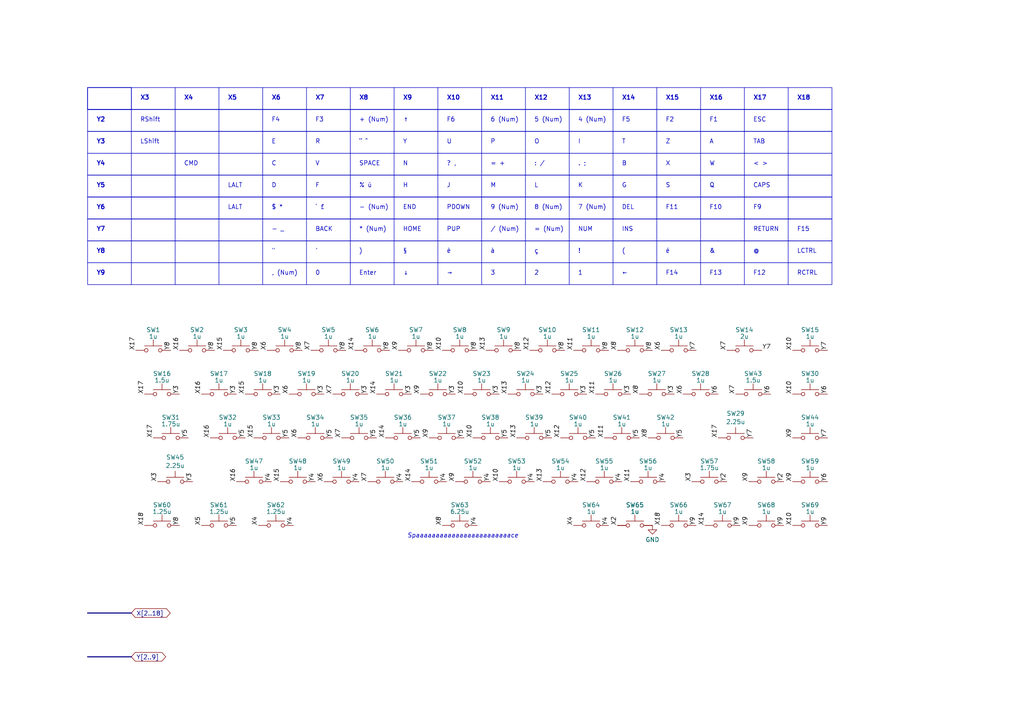
<source format=kicad_sch>
(kicad_sch (version 20230121) (generator eeschema)
  (paper "A4")
  (title_block (title "Design68 341-0001 ANSI") (date "2023-09-14") (rev "1.0") (company "lostwave") (comment 1 "https://github.com/demik/oldworld/blob/master/EDA/Design68/README.md"))
  (lib_symbols
    (symbol "Switch:SW_Push" (pin_numbers hide) (pin_names (offset 1.016) hide)
      (property "Reference" "SW" (at 1.27 2.54 0))
      (property "Value" "SW_Push" (at 0 -1.524 0))
      (symbol "SW_Push_0_1"
        (circle (center -2.032 0) (radius 0.508))
        (polyline (pts (xy 0 1.27) (xy 0 3.048)))
        (polyline (pts (xy 2.54 1.27) (xy -2.54 1.27)))
        (circle (center 2.032 0) (radius 0.508))
        (pin passive line (at -5.08 0 0) (length 2.54) (name "1") (number "1"))
        (pin passive line (at 5.08 0 180) (length 2.54) (name "2") (number "2"))
      )
    )
    (symbol "power:GND" (power) (pin_names (offset 0))
      (property "Value" "GND" (at 0 -3.81 0))
      (symbol "GND_0_1"
        (polyline (pts (xy 0 0) (xy 0 -1.27) (xy 1.27 -1.27) (xy 0 -2.54) (xy -1.27 -1.27) (xy 0 -1.27)))
      )
      (symbol "GND_1_1"
        (pin power_in line (at 0 0 270) (length 0) hide (name "GND") (number "1"))
      )
    )
  )
  (bus (pts (xy 25.4 190.5) (xy 38.1 190.5)))
  (bus (pts (xy 25.4 177.8) (xy 38.1 177.8)))
  (rectangle (start 127 44.45) (end 127 50.8))
  (rectangle (start 76.2 69.85) (end 76.2 76.2))
  (rectangle (start 190.5 31.75) (end 190.5 38.1))
  (rectangle (start 215.9 31.75) (end 215.9 38.1))
  (rectangle (start 101.6 69.85) (end 101.6 76.2))
  (rectangle (start 25.4 63.5) (end 241.3 69.85))
  (rectangle (start 76.2 63.5) (end 76.2 69.85))
  (rectangle (start 139.7 38.1) (end 139.7 44.45))
  (rectangle (start 63.5 57.15) (end 63.5 63.5))
  (rectangle (start 88.9 25.4) (end 88.9 31.75))
  (rectangle (start 101.6 38.1) (end 101.6 44.45))
  (rectangle (start 139.7 50.8) (end 139.7 57.15))
  (rectangle (start 215.9 44.45) (end 215.9 50.8))
  (rectangle (start 63.5 25.4) (end 63.5 31.75))
  (rectangle (start 114.3 25.4) (end 114.3 31.75))
  (rectangle (start 152.4 44.45) (end 152.4 50.8))
  (rectangle (start 101.6 63.5) (end 101.6 69.85))
  (rectangle (start 88.9 76.2) (end 88.9 82.55))
  (rectangle (start 50.8 38.1) (end 50.8 44.45))
  (rectangle (start 25.4 25.4) (end 241.3 31.75))
  (rectangle (start 25.4 38.1) (end 241.3 44.45))
  (rectangle (start 177.8 31.75) (end 177.8 38.1))
  (rectangle (start 190.5 44.45) (end 190.5 50.8))
  (rectangle (start 88.9 38.1) (end 88.9 44.45))
  (rectangle (start 228.6 57.15) (end 228.6 63.5))
  (rectangle (start 165.1 50.8) (end 165.1 57.15))
  (rectangle (start 114.3 50.8) (end 114.3 57.15))
  (rectangle (start 76.2 76.2) (end 76.2 82.55))
  (rectangle (start 25.4 25.4) (end 38.1 31.75) (fill (type color)))
  (rectangle (start 215.9 25.4) (end 215.9 31.75))
  (rectangle (start 215.9 38.1) (end 215.9 44.45))
  (rectangle (start 139.7 76.2) (end 139.7 82.55))
  (rectangle (start 50.8 50.8) (end 50.8 57.15))
  (rectangle (start 190.5 63.5) (end 190.5 69.85))
  (rectangle (start 203.2 31.75) (end 203.2 38.1))
  (rectangle (start 228.6 50.8) (end 228.6 57.15))
  (rectangle (start 127 38.1) (end 127 44.45))
  (rectangle (start 101.6 44.45) (end 101.6 50.8))
  (rectangle (start 50.8 76.2) (end 50.8 82.55))
  (rectangle (start 190.5 76.2) (end 190.5 82.55))
  (rectangle (start 114.3 76.2) (end 114.3 82.55))
  (rectangle (start 127 76.2) (end 127 82.55))
  (rectangle (start 101.6 31.75) (end 101.6 38.1))
  (rectangle (start 114.3 57.15) (end 114.3 63.5))
  (rectangle (start 76.2 25.4) (end 76.2 31.75))
  (rectangle (start 152.4 31.75) (end 152.4 38.1))
  (rectangle (start 114.3 44.45) (end 114.3 50.8))
  (rectangle (start 38.1 50.8) (end 38.1 57.15))
  (rectangle (start 127 31.75) (end 127 38.1))
  (rectangle (start 63.5 69.85) (end 63.5 76.2))
  (rectangle (start 215.9 69.85) (end 215.9 76.2))
  (rectangle (start 215.9 63.5) (end 215.9 69.85))
  (rectangle (start 76.2 50.8) (end 76.2 57.15))
  (rectangle (start 25.4 57.15) (end 241.3 63.5))
  (rectangle (start 203.2 38.1) (end 203.2 44.45))
  (rectangle (start 63.5 31.75) (end 63.5 38.1))
  (rectangle (start 139.7 57.15) (end 139.7 63.5))
  (rectangle (start 101.6 25.4) (end 101.6 31.75))
  (rectangle (start 50.8 69.85) (end 50.8 76.2))
  (rectangle (start 25.4 44.45) (end 241.3 50.8))
  (rectangle (start 215.9 76.2) (end 215.9 82.55))
  (rectangle (start 203.2 57.15) (end 203.2 63.5))
  (rectangle (start 190.5 38.1) (end 190.5 44.45))
  (rectangle (start 139.7 31.75) (end 139.7 38.1))
  (rectangle (start 101.6 76.2) (end 101.6 82.55))
  (rectangle (start 228.6 25.4) (end 228.6 31.75))
  (rectangle (start 165.1 76.2) (end 165.1 82.55))
  (rectangle (start 165.1 44.45) (end 165.1 50.8))
  (rectangle (start 25.4 50.8) (end 241.3 57.15))
  (rectangle (start 190.5 57.15) (end 190.5 63.5))
  (rectangle (start 88.9 31.75) (end 88.9 38.1))
  (rectangle (start 203.2 76.2) (end 203.2 82.55))
  (rectangle (start 228.6 76.2) (end 228.6 82.55))
  (rectangle (start 25.4 31.75) (end 241.3 38.1))
  (rectangle (start 63.5 38.1) (end 63.5 44.45))
  (rectangle (start 228.6 38.1) (end 228.6 44.45))
  (rectangle (start 215.9 57.15) (end 215.9 63.5))
  (rectangle (start 177.8 76.2) (end 177.8 82.55))
  (rectangle (start 177.8 38.1) (end 177.8 44.45))
  (rectangle (start 152.4 38.1) (end 152.4 44.45))
  (rectangle (start 127 50.8) (end 127 57.15))
  (rectangle (start 38.1 31.75) (end 38.1 38.1))
  (rectangle (start 88.9 44.45) (end 88.9 50.8))
  (rectangle (start 139.7 69.85) (end 139.7 76.2))
  (rectangle (start 38.1 69.85) (end 38.1 76.2))
  (rectangle (start 139.7 63.5) (end 139.7 69.85))
  (rectangle (start 228.6 69.85) (end 228.6 76.2))
  (rectangle (start 114.3 38.1) (end 114.3 44.45))
  (rectangle (start 88.9 57.15) (end 88.9 63.5))
  (rectangle (start 177.8 25.4) (end 177.8 31.75))
  (rectangle (start 177.8 57.15) (end 177.8 63.5))
  (rectangle (start 63.5 50.8) (end 63.5 57.15))
  (rectangle (start 203.2 44.45) (end 203.2 50.8))
  (rectangle (start 50.8 25.4) (end 50.8 31.75))
  (rectangle (start 38.1 76.2) (end 38.1 82.55))
  (rectangle (start 88.9 69.85) (end 88.9 76.2))
  (rectangle (start 152.4 25.4) (end 152.4 31.75))
  (rectangle (start 190.5 25.4) (end 190.5 31.75))
  (rectangle (start 152.4 50.8) (end 152.4 57.15))
  (rectangle (start 165.1 25.4) (end 165.1 31.75))
  (rectangle (start 152.4 63.5) (end 152.4 69.85))
  (rectangle (start 38.1 57.15) (end 38.1 63.5))
  (rectangle (start 50.8 57.15) (end 50.8 63.5))
  (rectangle (start 203.2 63.5) (end 203.2 69.85))
  (rectangle (start 139.7 44.45) (end 139.7 50.8))
  (rectangle (start 63.5 63.5) (end 63.5 69.85))
  (rectangle (start 190.5 50.8) (end 190.5 57.15))
  (rectangle (start 88.9 63.5) (end 88.9 69.85))
  (rectangle (start 152.4 57.15) (end 152.4 63.5))
  (rectangle (start 165.1 31.75) (end 165.1 38.1))
  (rectangle (start 165.1 69.85) (end 165.1 76.2))
  (rectangle (start 228.6 44.45) (end 228.6 50.8))
  (rectangle (start 38.1 25.4) (end 38.1 31.75))
  (rectangle (start 63.5 76.2) (end 63.5 82.55))
  (rectangle (start 177.8 44.45) (end 177.8 50.8))
  (rectangle (start 114.3 69.85) (end 114.3 76.2))
  (rectangle (start 76.2 31.75) (end 76.2 38.1))
  (rectangle (start 127 63.5) (end 127 69.85))
  (rectangle (start 38.1 38.1) (end 38.1 44.45))
  (rectangle (start 165.1 63.5) (end 165.1 69.85))
  (rectangle (start 88.9 50.8) (end 88.9 57.15))
  (rectangle (start 76.2 38.1) (end 76.2 44.45))
  (rectangle (start 177.8 69.85) (end 177.8 76.2))
  (rectangle (start 101.6 50.8) (end 101.6 57.15))
  (rectangle (start 127 25.4) (end 127 31.75))
  (rectangle (start 139.7 25.4) (end 139.7 31.75))
  (rectangle (start 177.8 63.5) (end 177.8 69.85))
  (rectangle (start 152.4 76.2) (end 152.4 82.55))
  (rectangle (start 114.3 31.75) (end 114.3 38.1))
  (rectangle (start 165.1 38.1) (end 165.1 44.45))
  (rectangle (start 215.9 50.8) (end 215.9 57.15))
  (rectangle (start 152.4 69.85) (end 152.4 76.2))
  (rectangle (start 38.1 63.5) (end 38.1 69.85))
  (rectangle (start 203.2 69.85) (end 203.2 76.2))
  (rectangle (start 101.6 57.15) (end 101.6 63.5))
  (rectangle (start 127 69.85) (end 127 76.2))
  (rectangle (start 50.8 44.45) (end 50.8 50.8))
  (rectangle (start 203.2 50.8) (end 203.2 57.15))
  (rectangle (start 63.5 44.45) (end 63.5 50.8))
  (rectangle (start 228.6 63.5) (end 228.6 69.85))
  (rectangle (start 38.1 44.45) (end 38.1 50.8))
  (rectangle (start 127 57.15) (end 127 63.5))
  (rectangle (start 203.2 25.4) (end 203.2 31.75))
  (rectangle (start 50.8 63.5) (end 50.8 69.85))
  (rectangle (start 76.2 44.45) (end 76.2 50.8))
  (rectangle (start 25.4 69.85) (end 241.3 76.2))
  (rectangle (start 76.2 57.15) (end 76.2 63.5))
  (rectangle (start 228.6 31.75) (end 228.6 38.1))
  (rectangle (start 25.4 76.2) (end 241.3 82.55))
  (rectangle (start 50.8 31.75) (end 50.8 38.1))
  (rectangle (start 177.8 50.8) (end 177.8 57.15))
  (rectangle (start 165.1 57.15) (end 165.1 63.5))
  (rectangle (start 114.3 63.5) (end 114.3 69.85))
  (rectangle (start 190.5 69.85) (end 190.5 76.2))
  (text "RETURN" (at 218.44 67.31 0) (effects (font (size 1.27 1.27)) (justify left bottom)))
  (text "% ù" (at 104.14 54.61 0) (effects (font (size 1.27 1.27)) (justify left bottom)))
  (text "ESC" (at 218.44 35.56 0) (effects (font (size 1.27 1.27)) (justify left bottom)))
  (text "RCTRL" (at 231.14 80.01 0) (effects (font (size 1.27 1.27)) (justify left bottom)))
  (text "Y3" (at 27.94 41.91 0) (effects (font (size 1.27 1.27) (thickness 0.254) bold) (justify left bottom)))
  (text "F1" (at 205.74 35.56 0) (effects (font (size 1.27 1.27)) (justify left bottom)))
  (text "'" (at 91.44 73.66 0) (effects (font (size 1.27 1.27)) (justify left bottom)))
  (text "+ (Num)" (at 104.14 35.56 0) (effects (font (size 1.27 1.27)) (justify left bottom)))
  (text "→" (at 129.54 80.01 0) (effects (font (size 1.27 1.27)) (justify left bottom)))
  (text "(" (at 180.34 73.66 0) (effects (font (size 1.27 1.27)) (justify left bottom)))
  (text "@" (at 218.44 73.66 0) (effects (font (size 1.27 1.27)) (justify left bottom)))
  (text "< >" (at 218.44 48.26 0) (effects (font (size 1.27 1.27)) (justify left bottom)))
  (text "X7" (at 91.44 29.21 0) (effects (font (size 1.27 1.27) (thickness 0.254) bold) (justify left bottom)))
  (text "X14" (at 180.34 29.21 0) (effects (font (size 1.27 1.27) (thickness 0.254) bold) (justify left bottom)))
  (text "¨ ^" (at 104.14 41.91 0) (effects (font (size 1.27 1.27)) (justify left bottom)))
  (text "D" (at 78.74 54.61 0) (effects (font (size 1.27 1.27)) (justify left bottom)))
  (text "S" (at 193.04 54.61 0) (effects (font (size 1.27 1.27)) (justify left bottom)))
  (text "F11" (at 193.04 60.96 0) (effects (font (size 1.27 1.27)) (justify left bottom)))
  (text "5 (Num)" (at 154.94 35.56 0) (effects (font (size 1.27 1.27)) (justify left bottom)))
  (text ", (Num)" (at 78.74 80.01 0) (effects (font (size 1.27 1.27)) (justify left bottom)))
  (text "X16" (at 205.74 29.21 0) (effects (font (size 1.27 1.27) (thickness 0.254) bold) (justify left bottom)))
  (text ": /" (at 154.94 48.26 0) (effects (font (size 1.27 1.27)) (justify left bottom)))
  (text "? ," (at 129.54 48.26 0) (effects (font (size 1.27 1.27)) (justify left bottom)))
  (text "F" (at 91.44 54.61 0) (effects (font (size 1.27 1.27)) (justify left bottom)))
  (text "B" (at 180.34 48.26 0) (effects (font (size 1.27 1.27)) (justify left bottom)))
  (text "à" (at 142.24 73.66 0) (effects (font (size 1.27 1.27)) (justify left bottom)))
  (text "END" (at 116.84 60.96 0) (effects (font (size 1.27 1.27)) (justify left bottom)))
  (text "F10" (at 205.74 60.96 0) (effects (font (size 1.27 1.27)) (justify left bottom)))
  (text "- (Num)" (at 104.14 60.96 0) (effects (font (size 1.27 1.27)) (justify left bottom)))
  (text "X3" (at 40.64 29.21 0) (effects (font (size 1.27 1.27) (thickness 0.254) bold) (justify left bottom)))
  (text "8 (Num)" (at 154.94 60.96 0) (effects (font (size 1.27 1.27)) (justify left bottom)))
  (text "LALT" (at 66.04 60.96 0) (effects (font (size 1.27 1.27)) (justify left bottom)))
  (text "L" (at 154.94 54.61 0) (effects (font (size 1.27 1.27)) (justify left bottom)))
  (text "V" (at 91.44 48.26 0) (effects (font (size 1.27 1.27)) (justify left bottom)))
  (text ")" (at 104.14 73.66 0) (effects (font (size 1.27 1.27)) (justify left bottom)))
  (text "Y6" (at 27.94 60.96 0) (effects (font (size 1.27 1.27) (thickness 0.254) bold) (justify left bottom)))
  (text "F9" (at 218.44 60.96 0) (effects (font (size 1.27 1.27)) (justify left bottom)))
  (text "= (Num)" (at 154.94 67.31 0) (effects (font (size 1.27 1.27)) (justify left bottom)))
  (text "X17" (at 218.44 29.21 0) (effects (font (size 1.27 1.27) (thickness 0.254) bold) (justify left bottom)))
  (text ". ;" (at 167.64 48.26 0) (effects (font (size 1.27 1.27)) (justify left bottom)))
  (text "Enter" (at 104.14 80.01 0) (effects (font (size 1.27 1.27)) (justify left bottom)))
  (text "X18" (at 231.14 29.21 0) (effects (font (size 1.27 1.27) (thickness 0.254) bold) (justify left bottom)))
  (text "` £" (at 91.44 60.96 0) (effects (font (size 1.27 1.27)) (justify left bottom)))
  (text "↓" (at 116.84 80.01 0) (effects (font (size 1.27 1.27)) (justify left bottom)))
  (text "è" (at 129.54 73.66 0) (effects (font (size 1.27 1.27)) (justify left bottom)))
  (text "C" (at 78.74 48.26 0) (effects (font (size 1.27 1.27)) (justify left bottom)))
  (text "NUM" (at 167.64 67.31 0) (effects (font (size 1.27 1.27)) (justify left bottom)))
  (text "CAPS" (at 218.44 54.61 0) (effects (font (size 1.27 1.27)) (justify left bottom)))
  (text "F12" (at 218.44 80.01 0) (effects (font (size 1.27 1.27)) (justify left bottom)))
  (text "RShift" (at 40.64 35.56 0) (effects (font (size 1.27 1.27)) (justify left bottom)))
  (text "A" (at 205.74 41.91 0) (effects (font (size 1.27 1.27)) (justify left bottom)))
  (text "0" (at 91.44 80.01 0) (effects (font (size 1.27 1.27)) (justify left bottom)))
  (text "ç" (at 154.94 73.66 0) (effects (font (size 1.27 1.27)) (justify left bottom)))
  (text "X15" (at 193.04 29.21 0) (effects (font (size 1.27 1.27) (thickness 0.254) bold) (justify left bottom)))
  (text "= +" (at 142.24 48.26 0) (effects (font (size 1.27 1.27)) (justify left bottom)))
  (text "!" (at 167.64 73.66 0) (effects (font (size 1.27 1.27)) (justify left bottom)))
  (text "X8" (at 104.14 29.21 0) (effects (font (size 1.27 1.27) (thickness 0.254) bold) (justify left bottom)))
  (text "N" (at 116.84 48.26 0) (effects (font (size 1.27 1.27)) (justify left bottom)))
  (text "&" (at 205.74 73.66 0) (effects (font (size 1.27 1.27)) (justify left bottom)))
  (text "F5" (at 180.34 35.56 0) (effects (font (size 1.27 1.27)) (justify left bottom)))
  (text "F14" (at 193.04 80.01 0) (effects (font (size 1.27 1.27)) (justify left bottom)))
  (text "X13" (at 167.64 29.21 0) (effects (font (size 1.27 1.27) (thickness 0.254) bold) (justify left bottom)))
  (text "E" (at 78.74 41.91 0) (effects (font (size 1.27 1.27)) (justify left bottom)))
  (text "TAB" (at 218.44 41.91 0) (effects (font (size 1.27 1.27)) (justify left bottom)))
  (text "INS" (at 180.34 67.31 0) (effects (font (size 1.27 1.27)) (justify left bottom)))
  (text "§" (at 116.84 73.66 0) (effects (font (size 1.27 1.27)) (justify left bottom)))
  (text "H" (at 116.84 54.61 0) (effects (font (size 1.27 1.27)) (justify left bottom)))
  (text "X4" (at 53.34 29.21 0) (effects (font (size 1.27 1.27) (thickness 0.254) bold) (justify left bottom)))
  (text "Y2" (at 27.94 35.56 0) (effects (font (size 1.27 1.27) (thickness 0.254) bold) (justify left bottom)))
  (text "3" (at 142.24 80.01 0) (effects (font (size 1.27 1.27)) (justify left bottom)))
  (text "O" (at 154.94 41.91 0) (effects (font (size 1.27 1.27)) (justify left bottom)))
  (text "4 (Num)" (at 167.64 35.56 0) (effects (font (size 1.27 1.27)) (justify left bottom)))
  (text "Q" (at 205.74 54.61 0) (effects (font (size 1.27 1.27)) (justify left bottom)))
  (text "K" (at 167.64 54.61 0) (effects (font (size 1.27 1.27)) (justify left bottom)))
  (text "1" (at 167.64 80.01 0) (effects (font (size 1.27 1.27)) (justify left bottom)))
  (text "Y7" (at 27.94 67.31 0) (effects (font (size 1.27 1.27) (thickness 0.254) bold) (justify left bottom)))
  (text "X10" (at 129.54 29.21 0) (effects (font (size 1.27 1.27) (thickness 0.254) bold) (justify left bottom)))
  (text "2" (at 154.94 80.01 0) (effects (font (size 1.27 1.27)) (justify left bottom)))
  (text "F3" (at 91.44 35.56 0) (effects (font (size 1.27 1.27)) (justify left bottom)))
  (text "X12" (at 154.94 29.21 0) (effects (font (size 1.27 1.27) (thickness 0.254) bold) (justify left bottom)))
  (text "$ *" (at 78.74 60.96 0) (effects (font (size 1.27 1.27)) (justify left bottom)))
  (text "I" (at 167.64 41.91 0) (effects (font (size 1.27 1.27)) (justify left bottom)))
  (text "M" (at 142.24 54.61 0) (effects (font (size 1.27 1.27)) (justify left bottom)))
  (text "* (Num)" (at 104.14 67.31 0) (effects (font (size 1.27 1.27)) (justify left bottom)))
  (text "↑" (at 116.84 35.56 0) (effects (font (size 1.27 1.27)) (justify left bottom)))
  (text "BACK" (at 91.44 67.31 0) (effects (font (size 1.27 1.27)) (justify left bottom)))
  (text "SPACE" (at 104.14 48.26 0) (effects (font (size 1.27 1.27)) (justify left bottom)))
  (text "LShift" (at 40.64 41.91 0) (effects (font (size 1.27 1.27)) (justify left bottom)))
  (text "CMD" (at 53.34 48.26 0) (effects (font (size 1.27 1.27)) (justify left bottom)))
  (text "X5" (at 66.04 29.21 0) (effects (font (size 1.27 1.27) (thickness 0.254) bold) (justify left bottom)))
  (text "PDOWN" (at 129.54 60.96 0) (effects (font (size 1.27 1.27)) (justify left bottom)))
  (text "Y4" (at 27.94 48.26 0) (effects (font (size 1.27 1.27) (thickness 0.254) bold) (justify left bottom)))
  (text "F4" (at 78.74 35.56 0) (effects (font (size 1.27 1.27)) (justify left bottom)))
  (text "F13" (at 205.74 80.01 0) (effects (font (size 1.27 1.27)) (justify left bottom)))
  (text "X9" (at 116.84 29.21 0) (effects (font (size 1.27 1.27) (thickness 0.254) bold) (justify left bottom)))
  (text "←" (at 180.34 80.01 0) (effects (font (size 1.27 1.27)) (justify left bottom)))
  (text "R" (at 91.44 41.91 0) (effects (font (size 1.27 1.27)) (justify left bottom)))
  (text "P" (at 142.24 41.91 0) (effects (font (size 1.27 1.27)) (justify left bottom)))
  (text "T" (at 180.34 41.91 0) (effects (font (size 1.27 1.27)) (justify left bottom)))
  (text "é" (at 193.04 73.66 0) (effects (font (size 1.27 1.27)) (justify left bottom)))
  (text "PUP" (at 129.54 67.31 0) (effects (font (size 1.27 1.27)) (justify left bottom)))
  (text "Y5" (at 27.94 54.61 0) (effects (font (size 1.27 1.27) (thickness 0.254) bold) (justify left bottom)))
  (text "\"" (at 78.74 73.66 0) (effects (font (size 1.27 1.27)) (justify left bottom)))
  (text "DEL" (at 180.34 60.96 0) (effects (font (size 1.27 1.27)) (justify left bottom)))
  (text "Y8" (at 27.94 73.66 0) (effects (font (size 1.27 1.27) (thickness 0.254) bold) (justify left bottom)))
  (text "J" (at 129.54 54.61 0) (effects (font (size 1.27 1.27)) (justify left bottom)))
  (text "6 (Num)" (at 142.24 35.56 0) (effects (font (size 1.27 1.27)) (justify left bottom)))
  (text "F2" (at 193.04 35.56 0) (effects (font (size 1.27 1.27)) (justify left bottom)))
  (text "LCTRL" (at 231.14 73.66 0) (effects (font (size 1.27 1.27)) (justify left bottom)))
  (text "Z" (at 193.04 41.91 0) (effects (font (size 1.27 1.27)) (justify left bottom)))
  (text "HOME" (at 116.84 67.31 0) (effects (font (size 1.27 1.27)) (justify left bottom)))
  (text "X" (at 193.04 48.26 0) (effects (font (size 1.27 1.27)) (justify left bottom)))
  (text "/ (Num)" (at 142.24 67.31 0) (effects (font (size 1.27 1.27)) (justify left bottom)))
  (text "7 (Num)" (at 167.64 60.96 0) (effects (font (size 1.27 1.27)) (justify left bottom)))
  (text "G" (at 180.34 54.61 0) (effects (font (size 1.27 1.27)) (justify left bottom)))
  (text "U" (at 129.54 41.91 0) (effects (font (size 1.27 1.27)) (justify left bottom)))
  (text "W" (at 205.74 48.26 0) (effects (font (size 1.27 1.27)) (justify left bottom)))
  (text "F6" (at 129.54 35.56 0) (effects (font (size 1.27 1.27)) (justify left bottom)))
  (text "9 (Num)" (at 142.24 60.96 0) (effects (font (size 1.27 1.27)) (justify left bottom)))
  (text "- _" (at 78.74 67.31 0) (effects (font (size 1.27 1.27)) (justify left bottom)))
  (text "X6" (at 78.74 29.21 0) (effects (font (size 1.27 1.27) (thickness 0.254) bold) (justify left bottom)))
  (text "X11" (at 142.24 29.21 0) (effects (font (size 1.27 1.27) (thickness 0.254) bold) (justify left bottom)))
  (text "Y9" (at 27.94 80.01 0) (effects (font (size 1.27 1.27) (thickness 0.254) bold) (justify left bottom)))
  (text "F15" (at 231.14 67.31 0) (effects (font (size 1.27 1.27)) (justify left bottom)))
  (text "LALT" (at 66.04 54.61 0) (effects (font (size 1.27 1.27)) (justify left bottom)))
  (text "Y" (at 116.84 41.91 0) (effects (font (size 1.27 1.27)) (justify left bottom)))
  (text "Spaaaaaaaaaaaaaaaaaaaaaaaace" (at 118.11 156.21 0) (effects (font (size 1.27 1.27) italic) (justify left bottom)))
  (label "X12" (at 170.18 139.7 90) (effects (font italic)))
  (label "Y3" (at 170.18 114.3 90) (effects (font italic)))
  (label "Y5" (at 83.82 127 90) (effects (font italic)))
  (label "X6" (at 191.77 101.6 90) (effects (font italic)))
  (label "Y5" (at 198.12 127 90) (effects (font italic)))
  (label "X10" (at 229.87 152.4 90) (effects (font italic)))
  (label "Y5" (at 121.92 127 90) (effects (font italic)))
  (label "X17" (at 41.91 114.3 90) (effects (font italic)))
  (label "X10" (at 144.78 139.7 90) (effects (font italic)))
  (label "X9" (at 217.17 152.4 90) (effects (font italic)))
  (label "Y8" (at 74.93 101.6 90) (effects (font italic)))
  (label "X2" (at 179.07 152.4 90) (effects (font italic)))
  (label "X3" (at 45.72 139.7 90) (effects (font italic)))
  (label "X15" (at 64.77 101.6 90) (effects (font italic)))
  (label "X7" (at 99.06 127 90) (effects (font italic)))
  (label "Y4" (at 142.24 139.7 90) (effects (font italic)))
  (label "Y3" (at 93.98 114.3 90) (effects (font italic)))
  (label "Y5" (at 54.61 127 90) (effects (font italic)))
  (label "X15" (at 73.66 127 90) (effects (font italic)))
  (label "Y3" (at 144.78 114.3 90) (effects (font italic)))
  (label "X7" (at 213.36 114.3 90) (effects (font italic)))
  (label "X12" (at 153.67 101.6 90) (effects (font italic)))
  (label "Y8" (at 100.33 101.6 90) (effects (font italic)))
  (label "Y4" (at 138.43 152.4 90) (effects (font italic)))
  (label "X9" (at 132.08 139.7 90) (effects (font italic)))
  (label "Y3" (at 68.58 114.3 90) (effects (font italic)))
  (label "X14" (at 109.22 114.3 90) (effects (font italic)))
  (label "Y8" (at 62.23 101.6 90) (effects (font italic)))
  (label "Y7" (at 240.03 127 90) (effects (font italic)))
  (label "Y8" (at 189.23 101.6 90) (effects (font italic)))
  (label "X8" (at 185.42 114.3 90) (effects (font italic)))
  (label "X11" (at 172.72 114.3 90) (effects (font italic)))
  (label "Y3" (at 195.58 114.3 90) (effects (font italic)))
  (label "Y3" (at 132.08 114.3 90) (effects (font italic)))
  (label "Y9" (at 227.33 152.4 90) (effects (font italic)))
  (label "X11" (at 182.88 139.7 90) (effects (font italic)))
  (label "Y5" (at 172.72 127 90) (effects (font italic)))
  (label "X7" (at 210.82 101.6 90) (effects (font italic)))
  (label "Y3" (at 182.88 114.3 90) (effects (font italic)))
  (label "X15" (at 81.28 139.7 90) (effects (font italic)))
  (label "X12" (at 160.02 114.3 90) (effects (font italic)))
  (label "X7" (at 106.68 139.7 90) (effects (font italic)))
  (label "Y5" (at 147.32 127 90) (effects (font italic)))
  (label "Y8" (at 49.53 101.6 90) (effects (font italic)))
  (label "X16" (at 60.96 127 90) (effects (font italic)))
  (label "Y3" (at 52.07 114.3 90) (effects (font italic)))
  (label "Y7" (at 201.93 101.6 90) (effects (font italic)))
  (label "X14" (at 111.76 127 90) (effects (font italic)))
  (label "Y4" (at 176.53 152.4 90) (effects (font italic)))
  (label "X13" (at 149.86 127 90) (effects (font italic)))
  (label "X13" (at 157.48 139.7 90) (effects (font italic)))
  (label "Y8" (at 163.83 101.6 90) (effects (font italic)))
  (label "Y4" (at 180.34 139.7 90) (effects (font italic)))
  (label "Y4" (at 116.84 139.7 90) (effects (font italic)))
  (label "Y7" (at 220.98 101.6 0) (effects (font italic)))
  (label "Y6" (at 240.03 139.7 90) (effects (font italic)))
  (label "X6" (at 77.47 101.6 90) (effects (font italic)))
  (label "Y4" (at 78.74 139.7 90) (effects (font italic)))
  (label "Y4" (at 129.54 139.7 90) (effects (font italic)))
  (label "Y6" (at 208.28 114.3 90) (effects (font italic)))
  (label "X4" (at 74.93 152.4 90) (effects (font italic)))
  (label "Y5" (at 71.12 127 90) (effects (font italic)))
  (label "X6" (at 83.82 114.3 90) (effects (font italic)))
  (label "X14" (at 102.87 101.6 90) (effects (font italic)))
  (label "X6" (at 93.98 139.7 90) (effects (font italic)))
  (label "X11" (at 175.26 127 90) (effects (font italic)))
  (label "Y8" (at 138.43 101.6 90) (effects (font italic)))
  (label "Y8" (at 52.07 152.4 90) (effects (font italic)))
  (label "X11" (at 166.37 101.6 90) (effects (font italic)))
  (label "X5" (at 58.42 152.4 90) (effects (font italic)))
  (label "Y5" (at 185.42 127 90) (effects (font italic)))
  (label "Y4" (at 91.44 139.7 90) (effects (font italic)))
  (label "X17" (at 208.28 127 90) (effects (font italic)))
  (label "X10" (at 128.27 101.6 90) (effects (font italic)))
  (label "Y6" (at 223.52 114.3 90) (effects (font italic)))
  (label "X8" (at 128.27 152.4 90) (effects (font italic)))
  (label "X9" (at 217.17 139.7 90) (effects (font italic)))
  (label "Y4" (at 154.94 139.7 90) (effects (font italic)))
  (label "Y3" (at 119.38 114.3 90) (effects (font italic)))
  (label "X13" (at 147.32 114.3 90) (effects (font italic)))
  (label "X9" (at 115.57 101.6 90) (effects (font italic)))
  (label "X7" (at 96.52 114.3 90) (effects (font italic)))
  (label "Y8" (at 87.63 101.6 90) (effects (font italic)))
  (label "X9" (at 229.87 127 90) (effects (font italic)))
  (label "X6" (at 86.36 127 90) (effects (font italic)))
  (label "X16" (at 58.42 114.3 90) (effects (font italic)))
  (label "X8" (at 179.07 101.6 90) (effects (font italic)))
  (label "Y4" (at 167.64 139.7 90) (effects (font italic)))
  (label "Y3" (at 81.28 114.3 90) (effects (font italic)))
  (label "X18" (at 191.77 152.4 90) (effects (font italic)))
  (label "X7" (at 90.17 101.6 90) (effects (font italic)))
  (label "Y9" (at 240.03 152.4 90) (effects (font italic)))
  (label "X16" (at 68.58 139.7 90) (effects (font italic)))
  (label "X9" (at 124.46 127 90) (effects (font italic)))
  (label "Y8" (at 113.03 101.6 90) (effects (font italic)))
  (label "X10" (at 134.62 114.3 90) (effects (font italic)))
  (label "Y3" (at 157.48 114.3 90) (effects (font italic)))
  (label "Y5" (at 96.52 127 90) (effects (font italic)))
  (label "Y7" (at 218.44 127 90) (effects (font italic)))
  (label "Y6" (at 240.03 114.3 90) (effects (font italic)))
  (label "Y9" (at 201.93 152.4 90) (effects (font italic)))
  (label "Y9" (at 214.63 152.4 90) (effects (font italic)))
  (label "X12" (at 162.56 127 90) (effects (font italic)))
  (label "Y8" (at 176.53 101.6 90) (effects (font italic)))
  (label "X16" (at 52.07 101.6 90) (effects (font italic)))
  (label "Y3" (at 106.68 114.3 90) (effects (font italic)))
  (label "X3" (at 200.66 139.7 90) (effects (font italic)))
  (label "X4" (at 166.37 152.4 90) (effects (font italic)))
  (label "Y2" (at 227.33 139.7 90) (effects (font italic)))
  (label "X10" (at 137.16 127 90) (effects (font italic)))
  (label "X14" (at 119.38 139.7 90) (effects (font italic)))
  (label "Y4" (at 85.09 152.4 90) (effects (font italic)))
  (label "X10" (at 229.87 114.3 90) (effects (font italic)))
  (label "Y4" (at 104.14 139.7 90) (effects (font italic)))
  (label "X13" (at 140.97 101.6 90) (effects (font italic)))
  (label "Y2" (at 210.82 139.7 90) (effects (font italic)))
  (label "X9" (at 121.92 114.3 90) (effects (font italic)))
  (label "Y5" (at 134.62 127 90) (effects (font italic)))
  (label "X14" (at 204.47 152.4 90) (effects (font italic)))
  (label "X8" (at 187.96 127 90) (effects (font italic)))
  (label "Y5" (at 68.58 152.4 90) (effects (font italic)))
  (label "Y3" (at 55.88 139.7 90) (effects (font italic)))
  (label "Y5" (at 160.02 127 90) (effects (font italic)))
  (label "Y8" (at 151.13 101.6 90) (effects (font italic)))
  (label "X10" (at 229.87 101.6 90) (effects (font italic)))
  (label "X15" (at 71.12 114.3 90) (effects (font italic)))
  (label "Y5" (at 109.22 127 90) (effects (font italic)))
  (label "Y8" (at 125.73 101.6 90) (effects (font italic)))
  (label "X6" (at 198.12 114.3 90) (effects (font italic)))
  (label "Y4" (at 193.04 139.7 90) (effects (font italic)))
  (label "X17" (at 44.45 127 90) (effects (font italic)))
  (label "X17" (at 39.37 101.6 90) (effects (font italic)))
  (label "Y7" (at 240.03 101.6 90) (effects (font italic)))
  (label "X9" (at 229.87 139.7 90) (effects (font italic)))
  (label "X18" (at 41.91 152.4 90) (effects (font italic)))
  (global_label "Y[2..9]" (shape bidirectional) (at 38.1 190.5 0) (property "Intersheetrefs" "${INTERSHEET_REFS}" (effects hide)))
  (global_label "X[2..18]" (shape bidirectional) (at 38.1 177.8 0) (property "Intersheetrefs" "${INTERSHEET_REFS}" (effects hide)))
  (symbol (lib_id "Switch:SW_Push") (at 196.85 152.4 0) (unit 1)
    (property "Reference" "SW66" (at 196.85 146.4691 0))
    (property "Value" "1u" (at 196.85 148.3901 0))
    (property "Footprint" "Button_Switch_Keyboard:SW_Cherry_MX_1.00u_PCB" (effects hide))
  )
  (symbol (lib_id "Switch:SW_Push") (at 104.14 127 0) (unit 1)
    (property "Reference" "SW35" (at 104.14 121.0691 0))
    (property "Value" "1u" (at 104.14 122.9901 0))
    (property "Footprint" "Button_Switch_Keyboard:SW_Cherry_MX_1.00u_PCB" (effects hide))
  )
  (symbol (lib_id "Switch:SW_Push") (at 66.04 127 0) (unit 1)
    (property "Reference" "SW32" (at 66.04 121.0691 0))
    (property "Value" "1u" (at 66.04 122.9901 0))
    (property "Footprint" "Button_Switch_Keyboard:SW_Cherry_MX_1.00u_PCB" (effects hide))
  )
  (symbol (lib_id "Switch:SW_Push") (at 184.15 101.6 0) (unit 1)
    (property "Reference" "SW12" (at 184.15 95.6691 0))
    (property "Value" "1u" (at 184.15 97.5901 0))
    (property "Footprint" "Button_Switch_Keyboard:SW_Cherry_MX_1.00u_PCB" (effects hide))
  )
  (symbol (lib_id "Switch:SW_Push") (at 78.74 127 0) (unit 1)
    (property "Reference" "SW33" (at 78.74 121.0691 0))
    (property "Value" "1u" (at 78.74 122.9901 0))
    (property "Footprint" "Button_Switch_Keyboard:SW_Cherry_MX_1.00u_PCB" (effects hide))
  )
  (symbol (lib_id "Switch:SW_Push") (at 146.05 101.6 0) (unit 1)
    (property "Reference" "SW9" (at 146.05 95.6691 0))
    (property "Value" "1u" (at 146.05 97.5901 0))
    (property "Footprint" "Button_Switch_Keyboard:SW_Cherry_MX_1.00u_PCB" (effects hide))
  )
  (symbol (lib_id "Switch:SW_Push") (at 175.26 139.7 0) (unit 1)
    (property "Reference" "SW55" (at 175.26 133.7691 0))
    (property "Value" "1u" (at 175.26 135.6901 0))
    (property "Footprint" "Button_Switch_Keyboard:SW_Cherry_MX_1.00u_PCB" (effects hide))
  )
  (symbol (lib_id "Switch:SW_Push") (at 196.85 101.6 0) (unit 1)
    (property "Reference" "SW13" (at 196.85 95.6691 0))
    (property "Value" "1u" (at 196.85 97.5901 0))
    (property "Footprint" "Button_Switch_Keyboard:SW_Cherry_MX_1.00u_PCB" (effects hide))
  )
  (symbol (lib_id "Switch:SW_Push") (at 49.53 127 0) (unit 1)
    (property "Reference" "SW31" (at 49.53 121.0691 0))
    (property "Value" "1.75u" (at 49.53 122.9901 0))
    (property "Footprint" "Button_Switch_Keyboard:SW_Cherry_MX_1.75u_PCB" (effects hide))
  )
  (symbol (lib_id "Switch:SW_Push") (at 129.54 127 0) (unit 1)
    (property "Reference" "SW37" (at 129.54 121.0691 0))
    (property "Value" "1u" (at 129.54 122.9901 0))
    (property "Footprint" "Button_Switch_Keyboard:SW_Cherry_MX_1.00u_PCB" (effects hide))
  )
  (symbol (lib_id "Switch:SW_Push") (at 234.95 152.4 0) (unit 1)
    (property "Reference" "SW69" (at 234.95 146.4691 0))
    (property "Value" "1u" (at 234.95 148.3901 0))
    (property "Footprint" "Button_Switch_Keyboard:SW_Cherry_MX_1.00u_PCB" (effects hide))
  )
  (symbol (lib_id "Switch:SW_Push") (at 133.35 101.6 0) (unit 1)
    (property "Reference" "SW8" (at 133.35 95.6691 0))
    (property "Value" "1u" (at 133.35 97.5901 0))
    (property "Footprint" "Button_Switch_Keyboard:SW_Cherry_MX_1.00u_PCB" (effects hide))
  )
  (symbol (lib_id "Switch:SW_Push") (at 137.16 139.7 0) (unit 1)
    (property "Reference" "SW52" (at 137.16 133.7691 0))
    (property "Value" "1u" (at 137.16 135.6901 0))
    (property "Footprint" "Button_Switch_Keyboard:SW_Cherry_MX_1.00u_PCB" (effects hide))
  )
  (symbol (lib_id "Switch:SW_Push") (at 167.64 127 0) (unit 1)
    (property "Reference" "SW40" (at 167.64 121.0691 0))
    (property "Value" "1u" (at 167.64 122.9901 0))
    (property "Footprint" "Button_Switch_Keyboard:SW_Cherry_MX_1.00u_PCB" (effects hide))
  )
  (symbol (lib_id "Switch:SW_Push") (at 107.95 101.6 0) (unit 1)
    (property "Reference" "SW6" (at 107.95 95.6691 0))
    (property "Value" "1u" (at 107.95 97.5901 0))
    (property "Footprint" "Button_Switch_Keyboard:SW_Cherry_MX_1.00u_PCB" (effects hide))
  )
  (symbol (lib_id "Switch:SW_Push") (at 99.06 139.7 0) (unit 1)
    (property "Reference" "SW49" (at 99.06 133.7691 0))
    (property "Value" "1u" (at 99.06 135.6901 0))
    (property "Footprint" "Button_Switch_Keyboard:SW_Cherry_MX_1.00u_PCB" (effects hide))
  )
  (symbol (lib_id "Switch:SW_Push") (at 190.5 114.3 0) (unit 1)
    (property "Reference" "SW27" (at 190.5 108.3691 0))
    (property "Value" "1u" (at 190.5 110.2901 0))
    (property "Footprint" "Button_Switch_Keyboard:SW_Cherry_MX_1.00u_PCB" (effects hide))
  )
  (symbol (lib_id "Switch:SW_Push") (at 120.65 101.6 0) (unit 1)
    (property "Reference" "SW7" (at 120.65 95.6691 0))
    (property "Value" "1u" (at 120.65 97.5901 0))
    (property "Footprint" "Button_Switch_Keyboard:SW_Cherry_MX_1.00u_PCB" (effects hide))
  )
  (symbol (lib_id "Switch:SW_Push") (at 82.55 101.6 0) (unit 1)
    (property "Reference" "SW4" (at 82.55 95.6691 0))
    (property "Value" "1u" (at 82.55 97.5901 0))
    (property "Footprint" "Button_Switch_Keyboard:SW_Cherry_MX_1.00u_PCB" (effects hide))
  )
  (symbol (lib_id "Switch:SW_Push") (at 91.44 127 0) (unit 1)
    (property "Reference" "SW34" (at 91.44 121.0691 0))
    (property "Value" "1u" (at 91.44 122.9901 0))
    (property "Footprint" "Button_Switch_Keyboard:SW_Cherry_MX_1.00u_PCB" (effects hide))
  )
  (symbol (lib_id "Switch:SW_Push") (at 165.1 114.3 0) (unit 1)
    (property "Reference" "SW25" (at 165.1 108.3691 0))
    (property "Value" "1u" (at 165.1 110.2901 0))
    (property "Footprint" "Button_Switch_Keyboard:SW_Cherry_MX_1.00u_PCB" (effects hide))
  )
  (symbol (lib_id "Switch:SW_Push") (at 116.84 127 0) (unit 1)
    (property "Reference" "SW36" (at 116.84 121.0691 0))
    (property "Value" "1u" (at 116.84 122.9901 0))
    (property "Footprint" "Button_Switch_Keyboard:SW_Cherry_MX_1.00u_PCB" (effects hide))
  )
  (symbol (lib_id "Switch:SW_Push") (at 205.74 139.7 0) (unit 1)
    (property "Reference" "SW57" (at 205.74 133.7691 0))
    (property "Value" "1.75u" (at 205.74 135.6901 0))
    (property "Footprint" "Button_Switch_Keyboard:SW_Cherry_MX_1.75u_PCB" (effects hide))
  )
  (symbol (lib_id "Switch:SW_Push") (at 234.95 139.7 0) (unit 1)
    (property "Reference" "SW59" (at 234.95 133.7691 0))
    (property "Value" "1u" (at 234.95 135.6901 0))
    (property "Footprint" "Button_Switch_Keyboard:SW_Cherry_MX_1.00u_PCB" (effects hide))
  )
  (symbol (lib_id "Switch:SW_Push") (at 152.4 114.3 0) (unit 1)
    (property "Reference" "SW24" (at 152.4 108.3691 0))
    (property "Value" "1u" (at 152.4 110.2901 0))
    (property "Footprint" "Button_Switch_Keyboard:SW_Cherry_MX_1.00u_PCB" (effects hide))
  )
  (symbol (lib_id "Switch:SW_Push") (at 187.96 139.7 0) (unit 1)
    (property "Reference" "SW56" (at 187.96 133.7691 0))
    (property "Value" "1u" (at 187.96 135.6901 0))
    (property "Footprint" "Button_Switch_Keyboard:SW_Cherry_MX_1.00u_PCB" (effects hide))
  )
  (symbol (lib_id "Switch:SW_Push") (at 222.25 139.7 0) (unit 1)
    (property "Reference" "SW58" (at 222.25 133.7691 0))
    (property "Value" "1u" (at 222.25 135.6901 0))
    (property "Footprint" "Button_Switch_Keyboard:SW_Cherry_MX_1.00u_PCB" (effects hide))
  )
  (symbol (lib_id "Switch:SW_Push") (at 215.9 101.6 0) (unit 1)
    (property "Reference" "SW14" (at 215.9 95.6691 0))
    (property "Value" "2u" (at 215.9 97.5901 0))
    (property "Footprint" "Button_Switch_Keyboard:SW_Cherry_MX_2.00u_PCB" (effects hide))
  )
  (symbol (lib_id "Switch:SW_Push") (at 193.04 127 0) (unit 1)
    (property "Reference" "SW42" (at 193.04 121.0691 0))
    (property "Value" "1u" (at 193.04 122.9901 0))
    (property "Footprint" "Button_Switch_Keyboard:SW_Cherry_MX_1.00u_PCB" (effects hide))
  )
  (symbol (lib_id "Switch:SW_Push") (at 76.2 114.3 0) (unit 1)
    (property "Reference" "SW18" (at 76.2 108.3691 0))
    (property "Value" "1u" (at 76.2 110.2901 0))
    (property "Footprint" "Button_Switch_Keyboard:SW_Cherry_MX_1.00u_PCB" (effects hide))
  )
  (symbol (lib_id "Switch:SW_Push") (at 63.5 152.4 0) (unit 1)
    (property "Reference" "SW61" (at 63.5 146.4691 0))
    (property "Value" "1.25u" (at 63.5 148.3901 0))
    (property "Footprint" "Button_Switch_Keyboard:SW_Cherry_MX_1.25u_PCB" (effects hide))
  )
  (symbol (lib_id "Switch:SW_Push") (at 139.7 114.3 0) (unit 1)
    (property "Reference" "SW23" (at 139.7 108.3691 0))
    (property "Value" "1u" (at 139.7 110.2901 0))
    (property "Footprint" "Button_Switch_Keyboard:SW_Cherry_MX_1.00u_PCB" (effects hide))
  )
  (symbol (lib_id "Switch:SW_Push") (at 127 114.3 0) (unit 1)
    (property "Reference" "SW22" (at 127 108.3691 0))
    (property "Value" "1u" (at 127 110.2901 0))
    (property "Footprint" "Button_Switch_Keyboard:SW_Cherry_MX_1.00u_PCB" (effects hide))
  )
  (symbol (lib_id "Switch:SW_Push") (at 57.15 101.6 0) (unit 1)
    (property "Reference" "SW2" (at 57.15 95.6691 0))
    (property "Value" "1u" (at 57.15 97.5901 0))
    (property "Footprint" "Button_Switch_Keyboard:SW_Cherry_MX_1.00u_PCB" (effects hide))
  )
  (symbol (lib_id "Switch:SW_Push") (at 73.66 139.7 0) (unit 1)
    (property "Reference" "SW47" (at 73.66 133.7691 0))
    (property "Value" "1u" (at 73.66 135.6901 0))
    (property "Footprint" "Button_Switch_Keyboard:SW_Cherry_MX_1.00u_PCB" (effects hide))
  )
  (symbol (lib_id "Switch:SW_Push") (at 177.8 114.3 0) (unit 1)
    (property "Reference" "SW26" (at 177.8 108.3691 0))
    (property "Value" "1u" (at 177.8 110.2901 0))
    (property "Footprint" "Button_Switch_Keyboard:SW_Cherry_MX_1.00u_PCB" (effects hide))
  )
  (symbol (lib_id "Switch:SW_Push") (at 180.34 127 0) (unit 1)
    (property "Reference" "SW41" (at 180.34 121.0691 0))
    (property "Value" "1u" (at 180.34 122.9901 0))
    (property "Footprint" "Button_Switch_Keyboard:SW_Cherry_MX_1.00u_PCB" (effects hide))
  )
  (symbol (lib_id "Switch:SW_Push") (at 149.86 139.7 0) (unit 1)
    (property "Reference" "SW53" (at 149.86 133.7691 0))
    (property "Value" "1u" (at 149.86 135.6901 0))
    (property "Footprint" "Button_Switch_Keyboard:SW_Cherry_MX_1.00u_PCB" (effects hide))
  )
  (symbol (lib_id "Switch:SW_Push") (at 69.85 101.6 0) (unit 1)
    (property "Reference" "SW3" (at 69.85 95.6691 0))
    (property "Value" "1u" (at 69.85 97.5901 0))
    (property "Footprint" "Button_Switch_Keyboard:SW_Cherry_MX_1.00u_PCB" (effects hide))
  )
  (symbol (lib_id "Switch:SW_Push") (at 46.99 114.3 0) (unit 1)
    (property "Reference" "SW16" (at 46.99 108.3691 0))
    (property "Value" "1.5u" (at 46.99 110.2901 0))
    (property "Footprint" "Button_Switch_Keyboard:SW_Cherry_MX_1.50u_PCB" (effects hide))
  )
  (symbol (lib_id "Switch:SW_Push") (at 203.2 114.3 0) (unit 1)
    (property "Reference" "SW28" (at 203.2 108.3691 0))
    (property "Value" "1u" (at 203.2 110.2901 0))
    (property "Footprint" "Button_Switch_Keyboard:SW_Cherry_MX_1.00u_PCB" (effects hide))
  )
  (symbol (lib_id "Switch:SW_Push") (at 86.36 139.7 0) (unit 1)
    (property "Reference" "SW48" (at 86.36 133.7691 0))
    (property "Value" "1u" (at 86.36 135.6901 0))
    (property "Footprint" "Button_Switch_Keyboard:SW_Cherry_MX_1.00u_PCB" (effects hide))
  )
  (symbol (lib_id "Switch:SW_Push") (at 101.6 114.3 0) (unit 1)
    (property "Reference" "SW20" (at 101.6 108.3691 0))
    (property "Value" "1u" (at 101.6 110.2901 0))
    (property "Footprint" "Button_Switch_Keyboard:SW_Cherry_MX_1.00u_PCB" (effects hide))
  )
  (symbol (lib_id "Switch:SW_Push") (at 154.94 127 0) (unit 1)
    (property "Reference" "SW39" (at 154.94 121.0691 0))
    (property "Value" "1u" (at 154.94 122.9901 0))
    (property "Footprint" "Button_Switch_Keyboard:SW_Cherry_MX_1.00u_PCB" (effects hide))
  )
  (symbol (lib_id "Switch:SW_Push") (at 158.75 101.6 0) (unit 1)
    (property "Reference" "SW10" (at 158.75 95.6691 0))
    (property "Value" "1u" (at 158.75 97.5901 0))
    (property "Footprint" "Button_Switch_Keyboard:SW_Cherry_MX_1.00u_PCB" (effects hide))
  )
  (symbol (lib_id "power:GND") (at 189.23 152.4 0) (unit 1)
    (property "Reference" "#PWR015" (effects hide))
    (property "Value" "GND" (at 189.23 156.5331 0))
  )
  (symbol (lib_id "Switch:SW_Push") (at 209.55 152.4 0) (unit 1)
    (property "Reference" "SW67" (at 209.55 146.4691 0))
    (property "Value" "1u" (at 209.55 148.3901 0))
    (property "Footprint" "Button_Switch_Keyboard:SW_Cherry_MX_1.00u_PCB" (effects hide))
  )
  (symbol (lib_id "Switch:SW_Push") (at 63.5 114.3 0) (unit 1)
    (property "Reference" "SW17" (at 63.5 108.3691 0))
    (property "Value" "1u" (at 63.5 110.2901 0))
    (property "Footprint" "Button_Switch_Keyboard:SW_Cherry_MX_1.00u_PCB" (effects hide))
  )
  (symbol (lib_id "Switch:SW_Push") (at 162.56 139.7 0) (unit 1)
    (property "Reference" "SW54" (at 162.56 133.7691 0))
    (property "Value" "1u" (at 162.56 135.6901 0))
    (property "Footprint" "Button_Switch_Keyboard:SW_Cherry_MX_1.00u_PCB" (effects hide))
  )
  (symbol (lib_id "Switch:SW_Push") (at 234.95 101.6 0) (unit 1)
    (property "Reference" "SW15" (at 234.95 95.6691 0))
    (property "Value" "1u" (at 234.95 97.5901 0))
    (property "Footprint" "Button_Switch_Keyboard:SW_Cherry_MX_1.00u_PCB" (effects hide))
  )
  (symbol (lib_id "Switch:SW_Push") (at 80.01 152.4 0) (unit 1)
    (property "Reference" "SW62" (at 80.01 146.4691 0))
    (property "Value" "1.25u" (at 80.01 148.3901 0))
    (property "Footprint" "Button_Switch_Keyboard:SW_Cherry_MX_1.25u_PCB" (effects hide))
  )
  (symbol (lib_id "Switch:SW_Push") (at 213.36 127 0) (unit 1)
    (property "Reference" "SW29" (at 213.36 119.9347 0))
    (property "Value" "2.25u" (at 213.36 122.3589 0))
    (property "Footprint" "Button_Switch_Keyboard:SW_Cherry_MX_2.25u_PCB" (effects hide))
  )
  (symbol (lib_id "Switch:SW_Push") (at 50.8 139.7 0) (unit 1)
    (property "Reference" "SW45" (at 50.8 132.6347 0))
    (property "Value" "2.25u" (at 50.8 135.0589 0))
    (property "Footprint" "Button_Switch_Keyboard:SW_Cherry_MX_2.25u_PCB" (effects hide))
  )
  (symbol (lib_id "Switch:SW_Push") (at 142.24 127 0) (unit 1)
    (property "Reference" "SW38" (at 142.24 121.0691 0))
    (property "Value" "1u" (at 142.24 122.9901 0))
    (property "Footprint" "Button_Switch_Keyboard:SW_Cherry_MX_1.00u_PCB" (effects hide))
  )
  (symbol (lib_id "Switch:SW_Push") (at 88.9 114.3 0) (unit 1)
    (property "Reference" "SW19" (at 88.9 108.3691 0))
    (property "Value" "1u" (at 88.9 110.2901 0))
    (property "Footprint" "Button_Switch_Keyboard:SW_Cherry_MX_1.00u_PCB" (effects hide))
  )
  (symbol (lib_id "Switch:SW_Push") (at 124.46 139.7 0) (unit 1)
    (property "Reference" "SW51" (at 124.46 133.7691 0))
    (property "Value" "1u" (at 124.46 135.6901 0))
    (property "Footprint" "Button_Switch_Keyboard:SW_Cherry_MX_1.00u_PCB" (effects hide))
  )
  (symbol (lib_id "Switch:SW_Push") (at 184.15 152.4 0) (unit 1)
    (property "Reference" "SW65" (at 184.15 146.4691 0))
    (property "Value" "1u" (at 184.15 148.3901 0))
    (property "Footprint" "Button_Switch_Keyboard:SW_Cherry_MX_1.00u_PCB" (effects hide))
  )
  (symbol (lib_id "Switch:SW_Push") (at 234.95 127 0) (unit 1)
    (property "Reference" "SW44" (at 234.95 121.0691 0))
    (property "Value" "1u" (at 234.95 122.9901 0))
    (property "Footprint" "Button_Switch_Keyboard:SW_Cherry_MX_1.00u_PCB" (effects hide))
  )
  (symbol (lib_id "Switch:SW_Push") (at 95.25 101.6 0) (unit 1)
    (property "Reference" "SW5" (at 95.25 95.6691 0))
    (property "Value" "1u" (at 95.25 97.5901 0))
    (property "Footprint" "Button_Switch_Keyboard:SW_Cherry_MX_1.00u_PCB" (effects hide))
  )
  (symbol (lib_id "Switch:SW_Push") (at 46.99 152.4 0) (unit 1)
    (property "Reference" "SW60" (at 46.99 146.4691 0))
    (property "Value" "1.25u" (at 46.99 148.3901 0))
    (property "Footprint" "Button_Switch_Keyboard:SW_Cherry_MX_1.25u_PCB" (effects hide))
  )
  (symbol (lib_id "Switch:SW_Push") (at 218.44 114.3 0) (unit 1)
    (property "Reference" "SW43" (at 218.44 108.3691 0))
    (property "Value" "1.5u" (at 218.44 110.2901 0))
    (property "Footprint" "Button_Switch_Keyboard:SW_Cherry_MX_1.50u_PCB" (effects hide))
  )
  (symbol (lib_id "Switch:SW_Push") (at 111.76 139.7 0) (unit 1)
    (property "Reference" "SW50" (at 111.76 133.7691 0))
    (property "Value" "1u" (at 111.76 135.6901 0))
    (property "Footprint" "Button_Switch_Keyboard:SW_Cherry_MX_1.00u_PCB" (effects hide))
  )
  (symbol (lib_id "Switch:SW_Push") (at 171.45 101.6 0) (unit 1)
    (property "Reference" "SW11" (at 171.45 95.6691 0))
    (property "Value" "1u" (at 171.45 97.5901 0))
    (property "Footprint" "Button_Switch_Keyboard:SW_Cherry_MX_1.00u_PCB" (effects hide))
  )
  (symbol (lib_id "Switch:SW_Push") (at 234.95 114.3 0) (unit 1)
    (property "Reference" "SW30" (at 234.95 108.3691 0))
    (property "Value" "1u" (at 234.95 110.2901 0))
    (property "Footprint" "Button_Switch_Keyboard:SW_Cherry_MX_1.00u_PCB" (effects hide))
  )
  (symbol (lib_id "Switch:SW_Push") (at 44.45 101.6 0) (unit 1)
    (property "Reference" "SW1" (at 44.45 95.6691 0))
    (property "Value" "1u" (at 44.45 97.5901 0))
    (property "Footprint" "Button_Switch_Keyboard:SW_Cherry_MX_1.00u_PCB" (effects hide))
  )
  (symbol (lib_id "Switch:SW_Push") (at 114.3 114.3 0) (unit 1)
    (property "Reference" "SW21" (at 114.3 108.3691 0))
    (property "Value" "1u" (at 114.3 110.2901 0))
    (property "Footprint" "Button_Switch_Keyboard:SW_Cherry_MX_1.00u_PCB" (effects hide))
  )
  (symbol (lib_id "Switch:SW_Push") (at 171.45 152.4 0) (unit 1)
    (property "Reference" "SW64" (at 171.45 146.4691 0))
    (property "Value" "1u" (at 171.45 148.3901 0))
    (property "Footprint" "Button_Switch_Keyboard:SW_Cherry_MX_1.00u_PCB" (effects hide))
  )
  (symbol (lib_id "Switch:SW_Push") (at 222.25 152.4 0) (unit 1)
    (property "Reference" "SW68" (at 222.25 146.4691 0))
    (property "Value" "1u" (at 222.25 148.3901 0))
    (property "Footprint" "Button_Switch_Keyboard:SW_Cherry_MX_1.00u_PCB" (effects hide))
  )
  (symbol (lib_id "Switch:SW_Push") (at 133.35 152.4 0) (unit 1)
    (property "Reference" "SW63" (at 133.35 146.4691 0))
    (property "Value" "6.25u" (at 133.35 148.3901 0))
    (property "Footprint" "Button_Switch_Keyboard:SW_Cherry_MX_6.25u_PCB" (effects hide))
  )
)
</source>
